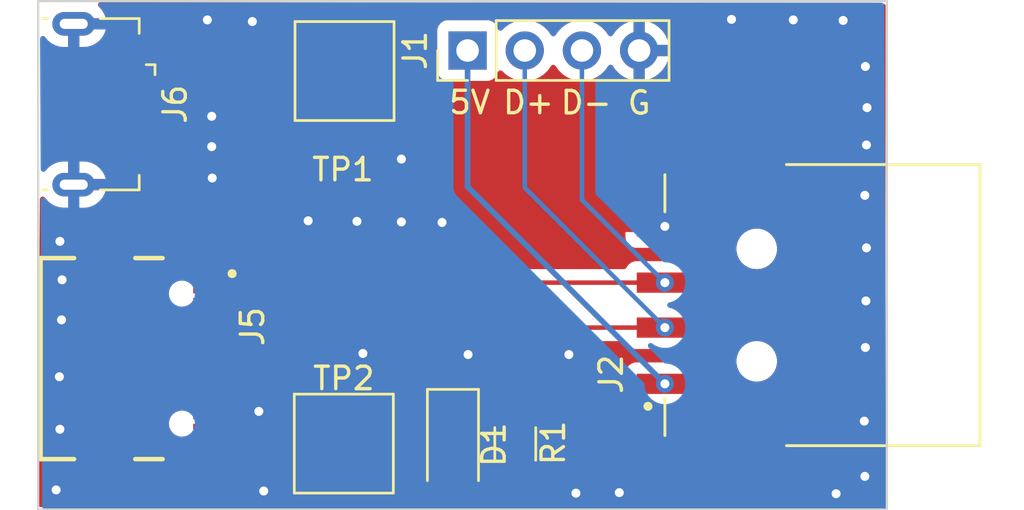
<source format=kicad_pcb>
(kicad_pcb (version 20221018) (generator pcbnew)
  (layers (0 "F.Cu" signal) (31 "B.Cu" signal) (34 "B.Paste" user) (35 "F.Paste" user) (36 "B.SilkS" user "B.Silkscreen") (37 "F.SilkS" user "F.Silkscreen") (38 "B.Mask" user) (39 "F.Mask" user) (44 "Edge.Cuts" user))
  (net 0 "")
  (net 1 "Net-(D1-K)")
  (net 4 "GND")
  (net 5 "/DP")
  (net 6 "/DN")
  (net 8 "/5V")
  (net 9 "/VCC_5V")
  (footprint "TestPoint:TestPoint_Pad_4.0x4.0mm" (layer "F.Cu") (at 99.833 92.464)
    (fp_text reference "TP1" (at -0.072 4.382) (layer "F.SilkS"))
    (fp_text value "TestPoint" hide)
    (fp_line (start -2.2 -2.2) (end 2.2 -2.2) (stroke (width 0.12)) (layer "F.SilkS"))
    (fp_line (start -2.2 2.2) (end -2.2 -2.2) (stroke (width 0.12)) (layer "F.SilkS"))
    (fp_line (start 2.2 -2.2) (end 2.2 2.2) (stroke (width 0.12)) (layer "F.SilkS"))
    (fp_line (start 2.2 2.2) (end -2.2 2.2) (stroke (width 0.12)) (layer "F.SilkS"))
    (pad "1" smd rect (at 0 0) (size 4 4) (layers "F.Cu" "F.Mask") (net 9 "/VCC_5V"))
  )
  (footprint "Resistor_SMD:R_1206_3216Metric_Pad1.30x1.75mm_HandSolder" (layer "F.Cu") (at 107.418 109.046 90)
    (fp_text reference "R1" (at 0.047 1.688 90) (layer "F.SilkS"))
    (fp_text value "R_US" hide)
    (fp_line (start -0.727064 -0.91) (end 0.727064 -0.91) (stroke (width 0.12)) (layer "F.SilkS"))
    (fp_line (start -0.727064 0.91) (end 0.727064 0.91) (stroke (width 0.12)) (layer "F.SilkS"))
    (pad "1" smd roundrect (at -1.55 0 90) (size 1.3 1.75) (layers "F.Cu" "F.Paste" "F.Mask") (roundrect_rratio 0.1923076923) (net 4 "GND"))
    (pad "2" smd roundrect (at 1.55 0 90) (size 1.3 1.75) (layers "F.Cu" "F.Paste" "F.Mask") (roundrect_rratio 0.1923076923) (net 1 "Net-(D1-K)"))
  )
  (footprint "TestPoint:TestPoint_Pad_4.0x4.0mm" (layer "F.Cu") (at 99.801 109.031)
    (fp_text reference "TP2" (at 0 -2.898) (layer "F.SilkS"))
    (fp_text value "TestPoint" hide)
    (fp_line (start -2.2 -2.2) (end 2.2 -2.2) (stroke (width 0.12)) (layer "F.SilkS"))
    (fp_line (start -2.2 2.2) (end -2.2 -2.2) (stroke (width 0.12)) (layer "F.SilkS"))
    (fp_line (start 2.2 -2.2) (end 2.2 2.2) (stroke (width 0.12)) (layer "F.SilkS"))
    (fp_line (start 2.2 2.2) (end -2.2 2.2) (stroke (width 0.12)) (layer "F.SilkS"))
    (pad "1" smd rect (at 0 0) (size 4 4) (layers "F.Cu" "F.Mask") (net 8 "/5V"))
  )
  (footprint "UJ2-AH-4-SMT:CUI_UJ2-AH-4-SMT" (layer "F.Cu") (at 114.065 106.373 90)
    (fp_text reference "J2" (at 0.42582 -2.38962 90) (layer "F.SilkS") (effects (font (size 1.001937 1.001937))))
    (fp_text value "USB_A")
    (fp_line (start -2.75 5.4) (end -2.75 14) (stroke (width 0.127)) (layer "F.SilkS"))
    (fp_line (start -2.75 14) (end 9.75 14) (stroke (width 0.127)) (layer "F.SilkS"))
    (fp_line (start -2.3 0) (end -0.65 0) (stroke (width 0.127)) (layer "F.SilkS"))
    (fp_line (start 7.65 0) (end 9.3 0) (stroke (width 0.127)) (layer "F.SilkS"))
    (fp_line (start 9.75 14) (end 9.75 5.4) (stroke (width 0.127)) (layer "F.SilkS"))
    (fp_circle (center -1 -0.75) (end -0.9 -0.75) (stroke (width 0.2)) (fill none) (layer "F.SilkS"))
    (pad "" np_thru_hole circle (at 1 4.08 90) (size 1.3 1.3) (drill 1.3) (layers "*.Cu" "*.Mask"))
    (pad "" np_thru_hole circle (at 6 4.08 90) (size 1.3 1.3) (drill 1.3) (layers "*.Cu" "*.Mask"))
    (pad "1" smd rect (at 0 0 180) (size 2.5 0.9) (layers "F.Cu" "F.Paste" "F.Mask") (net 8 "/5V"))
    (pad "2" smd rect (at 2.5 0 180) (size 2.5 0.9) (layers "F.Cu" "F.Paste" "F.Mask") (net 5 "/DP"))
    (pad "3" smd rect (at 4.5 0 180) (size 2.5 0.9) (layers "F.Cu" "F.Paste" "F.Mask") (net 6 "/DN"))
    (pad "4" smd rect (at 7 0 180) (size 2.5 0.9) (layers "F.Cu" "F.Paste" "F.Mask") (net 4 "GND"))
    (pad "SH1" smd rect (at -3.75 2.375 180) (size 5.15 2.5) (layers "F.Cu" "F.Paste" "F.Mask") (net 4 "GND"))
    (pad "SH2" smd rect (at 10.75 2.375 180) (size 5.15 2.5) (layers "F.Cu" "F.Paste" "F.Mask") (net 4 "GND"))
  )
  (footprint "Connector_PinHeader_2.54mm:PinHeader_1x04_P2.54mm_Vertical" (layer "F.Cu") (at 105.299 91.551 90)
    (fp_text reference "J1" (at 0 -2.33 90) (layer "F.SilkS"))
    (fp_text value "Conn_01x04_Pin" hide)
    (fp_line (start -1.33 -1.33) (end 0 -1.33) (stroke (width 0.12)) (layer "F.SilkS"))
    (fp_line (start -1.33 0) (end -1.33 -1.33) (stroke (width 0.12)) (layer "F.SilkS"))
    (fp_line (start -1.33 1.27) (end -1.33 8.95) (stroke (width 0.12)) (layer "F.SilkS"))
    (fp_line (start -1.33 1.27) (end 1.33 1.27) (stroke (width 0.12)) (layer "F.SilkS"))
    (fp_line (start -1.33 8.95) (end 1.33 8.95) (stroke (width 0.12)) (layer "F.SilkS"))
    (fp_line (start 1.33 1.27) (end 1.33 8.95) (stroke (width 0.12)) (layer "F.SilkS"))
    (pad "1" thru_hole rect (at 0 0 90) (size 1.7 1.7) (drill 1) (layers "*.Cu" "*.Mask") (net 8 "/5V"))
    (pad "2" thru_hole oval (at 0 2.54 90) (size 1.7 1.7) (drill 1) (layers "*.Cu" "*.Mask") (net 5 "/DP"))
    (pad "3" thru_hole oval (at 0 5.08 90) (size 1.7 1.7) (drill 1) (layers "*.Cu" "*.Mask") (net 6 "/DN"))
    (pad "4" thru_hole oval (at 0 7.62 90) (size 1.7 1.7) (drill 1) (layers "*.Cu" "*.Mask") (net 4 "GND"))
  )
  (footprint "LED_SMD:LED_1206_3216Metric_Pad1.42x1.75mm_HandSolder" (layer "F.Cu") (at 104.649 109.079 -90)
    (fp_text reference "D1" (at 0 -1.82 90) (layer "F.SilkS"))
    (fp_text value "LED" hide)
    (fp_line (start -2.46 -1.135) (end -2.46 1.135) (stroke (width 0.12)) (layer "F.SilkS"))
    (fp_line (start -2.46 1.135) (end 1.6 1.135) (stroke (width 0.12)) (layer "F.SilkS"))
    (fp_line (start 1.6 -1.135) (end -2.46 -1.135) (stroke (width 0.12)) (layer "F.SilkS"))
    (pad "1" smd roundrect (at -1.4875 0 270) (size 1.425 1.75) (layers "F.Cu" "F.Paste" "F.Mask") (roundrect_rratio 0.1754392982) (net 1 "Net-(D1-K)"))
    (pad "2" smd roundrect (at 1.4875 0 270) (size 1.425 1.75) (layers "F.Cu" "F.Paste" "F.Mask") (roundrect_rratio 0.1754392982) (net 8 "/5V"))
  )
  (footprint "Connector_USB:USB_Micro-B_GCT_USB3076-30-A" (layer "F.Cu") (at 89.002 93.941 -90)
    (fp_text reference "J6" (at 0 -3.3 90) (layer "F.SilkS"))
    (fp_text value "USB_B_Micro" hide)
    (fp_line (start -3.81 -1.71) (end -3.15 -1.71) (stroke (width 0.12)) (layer "F.SilkS"))
    (fp_line (start -3.81 0.02) (end -3.81 -1.71) (stroke (width 0.12)) (layer "F.SilkS"))
    (fp_line (start -3.81 2.59) (end -3.81 2.38) (stroke (width 0.12)) (layer "F.SilkS"))
    (fp_line (start -1.76 -2.41) (end -1.76 -2.02) (stroke (width 0.12)) (layer "F.SilkS"))
    (fp_line (start -1.76 -2.41) (end -1.31 -2.41) (stroke (width 0.12)) (layer "F.SilkS"))
    (fp_line (start 3.81 -1.71) (end 3.16 -1.71) (stroke (width 0.12)) (layer "F.SilkS"))
    (fp_line (start 3.81 0.02) (end 3.81 -1.71) (stroke (width 0.12)) (layer "F.SilkS"))
    (fp_line (start 3.81 2.59) (end 3.81 2.38) (stroke (width 0.12)) (layer "F.SilkS"))
    (pad "1" smd rect (at -1.3 -1.45 270) (size 0.4 1.4) (layers "F.Cu" "F.Paste" "F.Mask") (net 9 "/VCC_5V"))
    (pad "2" smd rect (at -0.65 -1.45 270) (size 0.4 1.4) (layers "F.Cu" "F.Paste" "F.Mask") (net 6 "/DN"))
    (pad "3" smd rect (at 0 -1.45 270) (size 0.4 1.4) (layers "F.Cu" "F.Paste" "F.Mask") (net 5 "/DP"))
    (pad "4" smd rect (at 0.65 -1.45 270) (size 0.4 1.4) (layers "F.Cu" "F.Paste" "F.Mask"))
    (pad "5" smd rect (at 1.3 -1.45 270) (size 0.4 1.4) (layers "F.Cu" "F.Paste" "F.Mask") (net 4 "GND"))
    (pad "6" thru_hole oval (at -3.575 1.2 90) (size 1.05 1.9) (drill oval 0.45 1.25) (layers "*.Cu" "*.Mask") (net 4 "GND"))
    (pad "6" smd rect (at -2.32 -1.03 270) (size 1.15 1.45) (layers "F.Cu" "F.Paste" "F.Mask") (net 4 "GND"))
    (pad "6" smd rect (at -1.125 1.2 270) (size 1.75 1.9) (layers "F.Cu" "F.Paste" "F.Mask") (net 4 "GND"))
    (pad "6" smd rect (at 1.125 1.2 270) (size 1.75 1.9) (layers "F.Cu" "F.Paste" "F.Mask") (net 4 "GND"))
    (pad "6" smd rect (at 2.32 -1.03 270) (size 1.15 1.45) (layers "F.Cu" "F.Paste" "F.Mask") (net 4 "GND"))
    (pad "6" thru_hole oval (at 3.575 1.2 270) (size 1.05 1.9) (drill oval 0.45 1.25) (layers "*.Cu" "*.Mask") (net 4 "GND"))
  )
  (footprint "USB4110GFA:GCT_USB4110GFA" (layer "F.Cu") (at 92.6085 105.252 -90)
    (fp_text reference "J5" (at -1.425 -3.135 -90) (layer "F.SilkS"))
    (fp_text value "USB_C_Receptacle_USB2.0" hide)
    (fp_line (start -4.47 0.86) (end -4.47 2.07) (stroke (width 0.2)) (layer "F.SilkS"))
    (fp_line (start -4.47 4.79) (end -4.47 6.28) (stroke (width 0.2)) (layer "F.SilkS"))
    (fp_line (start -4.47 6.28) (end 4.47 6.28) (stroke (width 0.2)) (layer "F.SilkS"))
    (fp_line (start 4.47 0.86) (end 4.47 2.07) (stroke (width 0.2)) (layer "F.SilkS"))
    (fp_line (start 4.47 6.28) (end 4.47 4.79) (stroke (width 0.2)) (layer "F.SilkS"))
    (fp_circle (center -3.78 -2.23) (end -3.68 -2.23) (stroke (width 0.2)) (fill none) (layer "F.SilkS"))
    (pad "" np_thru_hole circle (at -2.89 0 270) (size 0.65 0.65) (drill 0.65) (layers "*.Cu" "*.Mask"))
    (pad "" np_thru_hole circle (at 2.89 0 270) (size 0.65 0.65) (drill 0.65) (layers "*.Cu" "*.Mask"))
    (pad "A1/B12" smd rect (at -3.2 -1.075 270) (size 0.6 1.15) (layers "F.Cu" "F.Paste" "F.Mask") (net 4 "GND"))
    (pad "A4/B9" smd rect (at -2.4 -1.075 270) (size 0.6 1.15) (layers "F.Cu" "F.Paste" "F.Mask") (net 9 "/VCC_5V"))
    (pad "A5" smd rect (at -1.25 -1.075 270) (size 0.3 1.15) (layers "F.Cu" "F.Paste" "F.Mask"))
    (pad "A6" smd rect (at -0.25 -1.075 270) (size 0.3 1.15) (layers "F.Cu" "F.Paste" "F.Mask") (net 5 "/DP"))
    (pad "A7" smd rect (at 0.25 -1.075 270) (size 0.3 1.15) (layers "F.Cu" "F.Paste" "F.Mask") (net 6 "/DN"))
    (pad "A8" smd rect (at 1.25 -1.075 270) (size 0.3 1.15) (layers "F.Cu" "F.Paste" "F.Mask"))
    (pad "B1/A12" smd rect (at 3.2 -1.075 270) (size 0.6 1.15) (layers "F.Cu" "F.Paste" "F.Mask") (net 4 "GND"))
    (pad "B4/A9" smd rect (at 2.4 -1.075 270) (size 0.6 1.15) (layers "F.Cu" "F.Paste" "F.Mask") (net 9 "/VCC_5V"))
    (pad "B5" smd rect (at 1.75 -1.075 270) (size 0.3 1.15) (layers "F.Cu" "F.Paste" "F.Mask"))
    (pad "B6" smd rect (at 0.75 -1.075 270) (size 0.3 1.15) (layers "F.Cu" "F.Paste" "F.Mask") (net 5 "/DP"))
    (pad "B7" smd rect (at -0.75 -1.075 270) (size 0.3 1.15) (layers "F.Cu" "F.Paste" "F.Mask") (net 6 "/DN"))
    (pad "B8" smd rect (at -1.75 -1.075 270) (size 0.3 1.15) (layers "F.Cu" "F.Paste" "F.Mask"))
    (pad "S1" smd rect (at -5.11 -0.5 270) (size 2.18 2) (layers "F.Cu" "F.Paste" "F.Mask") (net 4 "GND"))
    (pad "S2" smd rect (at 5.11 -0.5 270) (size 2.18 2) (layers "F.Cu" "F.Paste" "F.Mask") (net 4 "GND"))
    (pad "S3" smd rect (at -5.11 3.43 270) (size 2.18 2) (layers "F.Cu" "F.Paste" "F.Mask") (net 4 "GND"))
    (pad "S4" smd rect (at 5.11 3.43 270) (size 2.18 2) (layers "F.Cu" "F.Paste" "F.Mask") (net 4 "GND"))
  )
  (gr_rect (start 86.222 89.355) (end 123.926 111.962) (stroke (width 0.1)) (fill none) (layer "Edge.Cuts"))
  (gr_text "5V\n" (at 104.39 94.447) (layer "F.SilkS") (effects (font (size 1 1)) (justify left bottom)))
  (gr_text "G" (at 112.322 94.47) (layer "F.SilkS") (effects (font (size 1 1)) (justify left bottom)))
  (gr_text "D-" (at 109.349 94.454) (layer "F.SilkS") (effects (font (size 1 1)) (justify left bottom)))
  (gr_text "D+" (at 106.788 94.447) (layer "F.SilkS") (effects (font (size 1 1)) (justify left bottom)))
  (segment (start 107.3225 107.5915) (end 107.418 107.496) (width 0.25) (layer "F.Cu") (net 1))
  (segment (start 104.649 107.5915) (end 107.3225 107.5915) (width 0.25) (layer "F.Cu") (net 1))
  (segment (start 90.032 91.621) (end 88.997 91.621) (width 0.25) (layer "F.Cu") (net 4))
  (segment (start 93.1085 101.477) (end 93.6835 102.052) (width 0.25) (layer "F.Cu") (net 4))
  (segment (start 90.452 95.241) (end 90.452 95.841) (width 0.25) (layer "F.Cu") (net 4))
  (segment (start 90.032 96.261) (end 88.997 96.261) (width 0.25) (layer "F.Cu") (net 4))
  (segment (start 93.1085 109.027) (end 93.6835 108.452) (width 0.25) (layer "F.Cu") (net 4))
  (segment (start 88.997 91.621) (end 87.802 92.816) (width 0.25) (layer "F.Cu") (net 4))
  (segment (start 90.452 95.841) (end 90.032 96.261) (width 0.25) (layer "F.Cu") (net 4))
  (segment (start 93.1085 100.142) (end 93.1085 101.477) (width 0.25) (layer "F.Cu") (net 4))
  (segment (start 93.1085 110.362) (end 93.1085 109.027) (width 0.25) (layer "F.Cu") (net 4))
  (segment (start 88.997 96.261) (end 87.802 95.066) (width 0.25) (layer "F.Cu") (net 4))
  (via (at 104.165 99.196) (size 0.8) (drill 0.4) (layers "F.Cu" "B.Cu") (net 4))
  (via (at 122.972 92.261) (size 0.8) (drill 0.4) (layers "F.Cu" "B.Cu") (net 4))
  (via (at 105.321 105.071) (size 0.8) (drill 0.4) (layers "F.Cu" "B.Cu") (net 4))
  (via (at 123.044 94.091) (size 0.8) (drill 0.4) (layers "F.Cu" "B.Cu") (net 4))
  (via (at 121.671 111.26) (size 0.8) (drill 0.4) (layers "F.Cu" "B.Cu") (net 4))
  (via (at 117.024 90.166) (size 0.8) (drill 0.4) (layers "F.Cu" "B.Cu") (net 4))
  (via (at 122.948 97.992) (size 0.8) (drill 0.4) (layers "F.Cu" "B.Cu") (net 4))
  (via (at 87.189 100.039) (size 0.8) (drill 0.4) (layers "F.Cu" "B.Cu") (net 4))
  (via (at 93.956 97.221) (size 0.8) (drill 0.4) (layers "F.Cu" "B.Cu") (net 4))
  (via (at 121.984 90.214) (size 0.8) (drill 0.4) (layers "F.Cu" "B.Cu") (net 4))
  (via (at 109.8 105.071) (size 0.8) (drill 0.4) (layers "F.Cu" "B.Cu") (net 4))
  (via (at 98.218 99.123) (size 0.8) (drill 0.4) (layers "F.Cu" "B.Cu") (net 4))
  (via (at 87.285 101.748) (size 0.8) (drill 0.4) (layers "F.Cu" "B.Cu") (net 4))
  (via (at 122.972 104.758) (size 0.8) (drill 0.4) (layers "F.Cu" "B.Cu") (net 4))
  (via (at 102.359 99.172) (size 0.8) (drill 0.4) (layers "F.Cu" "B.Cu") (net 4))
  (via (at 122.996 102.687) (size 0.8) (drill 0.4) (layers "F.Cu" "B.Cu") (net 4))
  (via (at 96.026 107.6) (size 0.8) (drill 0.4) (layers "F.Cu" "B.Cu") (net 4))
  (via (at 93.739 90.19) (size 0.8) (drill 0.4) (layers "F.Cu" "B.Cu") (net 4))
  (via (at 123.02 100.327) (size 0.8) (drill 0.4) (layers "F.Cu" "B.Cu") (net 4))
  (via (at 119.769 90.19) (size 0.8) (drill 0.4) (layers "F.Cu" "B.Cu") (net 4))
  (via (at 102.359 96.378) (size 0.8) (drill 0.4) (layers "F.Cu" "B.Cu") (net 4))
  (via (at 95.737 90.262) (size 0.8) (drill 0.4) (layers "F.Cu" "B.Cu") (net 4))
  (via (at 87.261 103.53) (size 0.8) (drill 0.4) (layers "F.Cu" "B.Cu") (net 4))
  (via (at 122.948 110.489) (size 0.8) (drill 0.4) (layers "F.Cu" "B.Cu") (net 4))
  (via (at 93.932 95.825) (size 0.8) (drill 0.4) (layers "F.Cu" "B.Cu") (net 4))
  (via (at 93.932 94.476) (size 0.8) (drill 0.4) (layers "F.Cu" "B.Cu") (net 4))
  (via (at 87.189 108.394) (size 0.8) (drill 0.4) (layers "F.Cu" "B.Cu") (net 4))
  (via (at 96.243 111.139) (size 0.8) (drill 0.4) (layers "F.Cu" "B.Cu") (net 4))
  (via (at 110.113 111.236) (size 0.8) (drill 0.4) (layers "F.Cu" "B.Cu") (net 4))
  (via (at 87.021 111.091) (size 0.8) (drill 0.4) (layers "F.Cu" "B.Cu") (net 4))
  (via (at 100.385 99.148) (size 0.8) (drill 0.4) (layers "F.Cu" "B.Cu") (net 4))
  (via (at 123.02 95.752) (size 0.8) (drill 0.4) (layers "F.Cu" "B.Cu") (net 4))
  (via (at 122.924 108.033) (size 0.8) (drill 0.4) (layers "F.Cu" "B.Cu") (net 4))
  (via (at 114.065 99.373) (size 0.8) (drill 0.4) (layers "F.Cu" "B.Cu") (net 4))
  (via (at 112.04 111.212) (size 0.8) (drill 0.4) (layers "F.Cu" "B.Cu") (net 4))
  (via (at 100.65 105.023) (size 0.8) (drill 0.4) (layers "F.Cu" "B.Cu") (net 4))
  (via (at 87.165 106.058) (size 0.8) (drill 0.4) (layers "F.Cu" "B.Cu") (net 4))
  (segment (start 112.919 91.551) (end 112.919 98.227) (width 0.25) (layer "B.Cu") (net 4))
  (segment (start 112.919 98.227) (end 114.065 99.373) (width 0.25) (layer "B.Cu") (net 4))
  (segment (start 90.452 93.941) (end 91.352 93.941) (width 0.2) (layer "F.Cu") (net 5))
  (segment (start 92.9585 106.002) (end 93.6835 106.002) (width 0.2) (layer "F.Cu") (net 5))
  (segment (start 92.8585 105.052) (end 92.8585 105.902) (width 0.2) (layer "F.Cu") (net 5))
  (segment (start 94.4585 106.002) (end 96.5875 103.873) (width 0.2) (layer "F.Cu") (net 5))
  (segment (start 92.9085 105.002) (end 92.8585 105.052) (width 0.2) (layer "F.Cu") (net 5))
  (segment (start 92.829 105.002) (end 93.6835 105.002) (width 0.2) (layer "F.Cu") (net 5))
  (segment (start 92.8585 105.902) (end 92.9585 106.002) (width 0.2) (layer "F.Cu") (net 5))
  (segment (start 91.352 93.941) (end 91.457 94.046) (width 0.2) (layer "F.Cu") (net 5))
  (segment (start 91.457 103.63) (end 92.829 105.002) (width 0.2) (layer "F.Cu") (net 5))
  (segment (start 93.6835 106.002) (end 94.4585 106.002) (width 0.2) (layer "F.Cu") (net 5))
  (segment (start 91.457 94.046) (end 91.457 103.63) (width 0.2) (layer "F.Cu") (net 5))
  (segment (start 96.5875 103.873) (end 114.065 103.873) (width 0.2) (layer "F.Cu") (net 5))
  (segment (start 93.6835 105.002) (end 92.9085 105.002) (width 0.2) (layer "F.Cu") (net 5))
  (via (at 114.065 103.873) (size 0.8) (drill 0.4) (layers "F.Cu" "B.Cu") (net 5))
  (segment (start 107.839 97.647) (end 114.065 103.873) (width 0.2) (layer "B.Cu") (net 5))
  (segment (start 107.839 91.551) (end 107.839 97.647) (width 0.2) (layer "B.Cu") (net 5))
  (segment (start 93.6835 105.502) (end 94.463526 105.502) (width 0.2) (layer "F.Cu") (net 6))
  (segment (start 91.8585 93.7975) (end 91.8585 103.402) (width 0.2) (layer "F.Cu") (net 6))
  (segment (start 94.5085 104.552) (end 94.5085 105.3585) (width 0.2) (layer "F.Cu") (net 6))
  (segment (start 94.365 105.502) (end 93.6835 105.502) (width 0.2) (layer "F.Cu") (net 6))
  (segment (start 98.092526 101.873) (end 114.065 101.873) (width 0.2) (layer "F.Cu") (net 6))
  (segment (start 94.5085 105.3585) (end 94.365 105.502) (width 0.2) (layer "F.Cu") (net 6))
  (segment (start 94.4585 104.502) (end 94.5085 104.552) (width 0.2) (layer "F.Cu") (net 6))
  (segment (start 92.9585 104.502) (end 93.6835 104.502) (width 0.2) (layer "F.Cu") (net 6))
  (segment (start 93.6835 104.502) (end 94.4585 104.502) (width 0.2) (layer "F.Cu") (net 6))
  (segment (start 94.463526 105.502) (end 98.092526 101.873) (width 0.2) (layer "F.Cu") (net 6))
  (segment (start 90.452 93.291) (end 91.352 93.291) (width 0.2) (layer "F.Cu") (net 6))
  (segment (start 91.352 93.291) (end 91.8585 93.7975) (width 0.2) (layer "F.Cu") (net 6))
  (segment (start 91.8585 103.402) (end 92.9585 104.502) (width 0.2) (layer "F.Cu") (net 6))
  (via (at 114.065 101.873) (size 0.8) (drill 0.4) (layers "F.Cu" "B.Cu") (net 6))
  (segment (start 110.379 91.551) (end 110.379 98.187) (width 0.2) (layer "B.Cu") (net 6))
  (segment (start 110.379 98.187) (end 114.065 101.873) (width 0.2) (layer "B.Cu") (net 6))
  (segment (start 103.1135 109.031) (end 104.649 110.5665) (width 0.25) (layer "F.Cu") (net 8))
  (segment (start 102.459 106.373) (end 99.801 109.031) (width 0.25) (layer "F.Cu") (net 8))
  (segment (start 114.065 106.373) (end 102.459 106.373) (width 0.25) (layer "F.Cu") (net 8))
  (segment (start 99.801 109.031) (end 103.1135 109.031) (width 0.25) (layer "F.Cu") (net 8))
  (via (at 114.065 106.373) (size 0.8) (drill 0.4) (layers "F.Cu" "B.Cu") (net 8))
  (segment (start 105.299 91.551) (end 105.299 97.607) (width 0.25) (layer "B.Cu") (net 8))
  (segment (start 105.299 97.607) (end 114.065 106.373) (width 0.25) (layer "B.Cu") (net 8))
  (segment (start 90.452 92.641) (end 91.402 92.641) (width 0.25) (layer "F.Cu") (net 9))
  (segment (start 96.315 100.913) (end 94.376 102.852) (width 0.25) (layer "F.Cu") (net 9))
  (segment (start 99.833 92.464) (end 99.656 92.641) (width 0.25) (layer "F.Cu") (net 9))
  (segment (start 96.315 95.982) (end 96.315 100.913) (width 0.25) (layer "F.Cu") (net 9))
  (segment (start 99.833 92.464) (end 96.315 95.982) (width 0.25) (layer "F.Cu") (net 9))
  (segment (start 99.656 92.641) (end 90.452 92.641) (width 0.25) (layer "F.Cu") (net 9))
  (segment (start 94.376 102.852) (end 93.6835 102.852) (width 0.25) (layer "F.Cu") (net 9))
  (zone (net 4) (net_name "GND") (layer "F.Cu") (connect_pads (clearance 0.5)) (min_thickness 0.25) (fill yes (thermal_gap 0.5) (thermal_bridge_width 0.5))
    (polygon (pts (xy 123.837 111.933) (xy 123.874 89.456) (xy 86.368 89.387) (xy 86.196 111.856) (xy 123.089 111.918)))
  )
  (zone (net 4) (net_name "GND") (layer "B.Cu") (priority 1) (connect_pads (clearance 0.5)) (min_thickness 0.25) (fill yes (thermal_gap 0.5) (thermal_bridge_width 0.5))
    (polygon (pts (xy 123.805 89.426) (xy 123.907 111.963) (xy 86.404 112.004) (xy 86.299 89.411)))
  )
)
</source>
